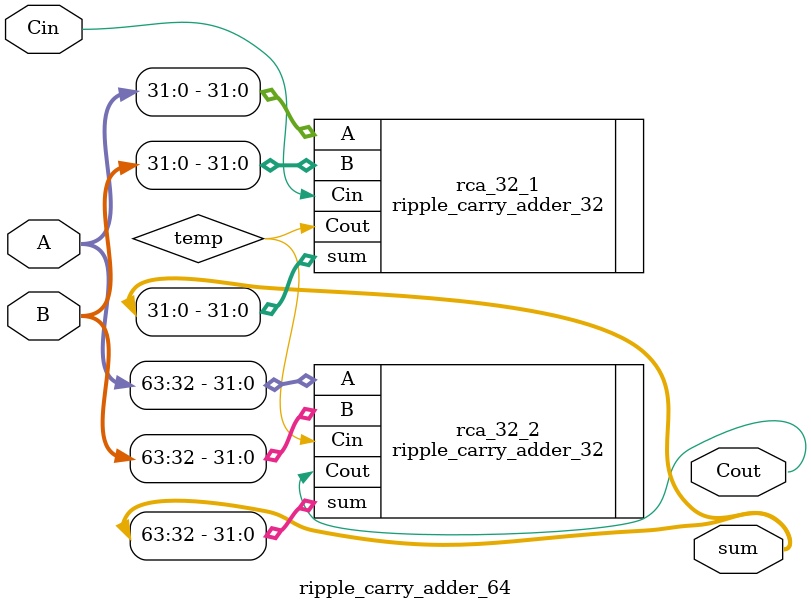
<source format=v>
`timescale 1ns / 1ps

//////////////////////////////////////////////////////////////////////////////////

// 64-bit Ripple Carry Adder
module ripple_carry_adder_64(sum, Cout, A, B, Cin);
	 // Input/Output ports
    input[63:0] A, B;
	 input Cin; 
	 output[63:0] sum;
	 output Cout;
	
	 // intermediary wires
	 wire temp;

	 // Instantiate 2 32-bit RCAs
    ripple_carry_adder_32 rca_32_1(.Cin(Cin), .A(A[31:0]), .B(B[31:0]), .Cout(temp), .sum(sum[31:0]));
    ripple_carry_adder_32 rca_32_2(.Cin(temp), .A(A[63:32]), .B(B[63:32]), .Cout(Cout), .sum(sum[63:32]));
	
endmodule

</source>
